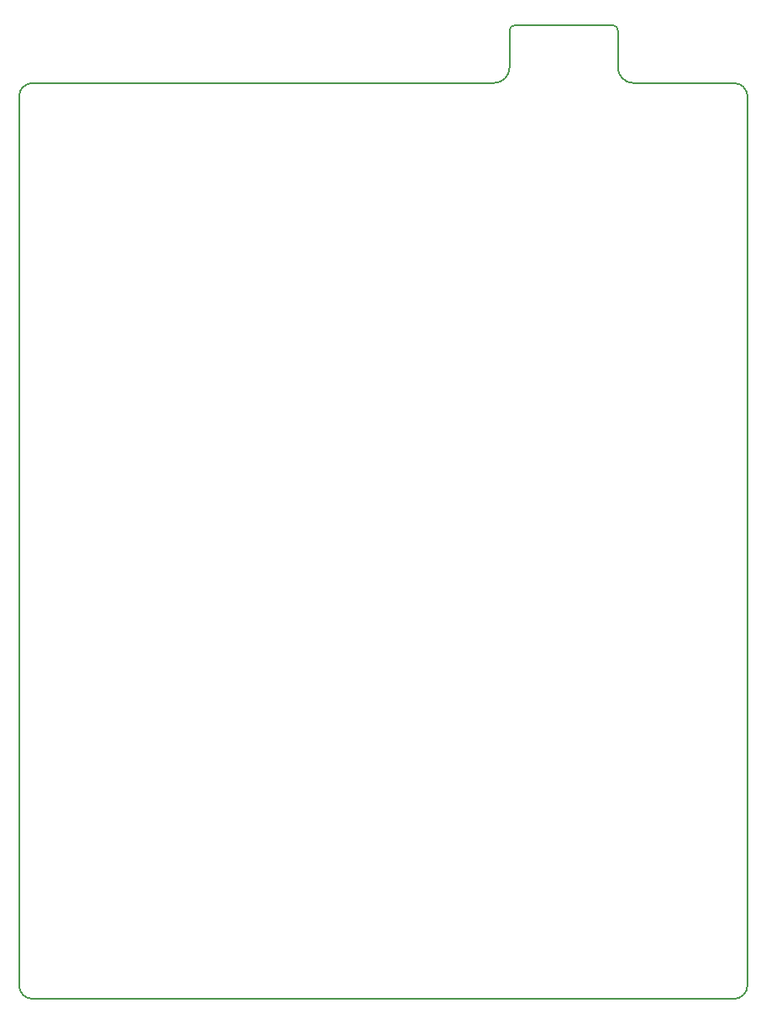
<source format=gbr>
G04 #@! TF.GenerationSoftware,KiCad,Pcbnew,(5.0.1)-3*
G04 #@! TF.CreationDate,2019-05-09T01:11:10-04:00*
G04 #@! TF.ProjectId,mulletpad-pcb,6D756C6C65747061642D7063622E6B69,rev?*
G04 #@! TF.SameCoordinates,Original*
G04 #@! TF.FileFunction,Profile,NP*
%FSLAX46Y46*%
G04 Gerber Fmt 4.6, Leading zero omitted, Abs format (unit mm)*
G04 Created by KiCad (PCBNEW (5.0.1)-3) date 5/9/2019 1:11:10 AM*
%MOMM*%
%LPD*%
G01*
G04 APERTURE LIST*
%ADD10C,0.150000*%
G04 APERTURE END LIST*
D10*
X166822754Y-38424876D02*
G75*
G02X167347684Y-38949806I0J-524930D01*
G01*
X156429140Y-38949806D02*
G75*
G02X156954070Y-38424876I524930J0D01*
G01*
X179053623Y-44251599D02*
G75*
G02X180418441Y-45616417I0J-1364818D01*
G01*
X180418441Y-135116982D02*
G75*
G02X179053623Y-136481800I-1364818J0D01*
G01*
X108345552Y-136481800D02*
G75*
G02X106980734Y-135116982I0J1364818D01*
G01*
X106980734Y-45616417D02*
G75*
G02X108345552Y-44251599I1364818J0D01*
G01*
X168922474Y-44251599D02*
X179053623Y-44251599D01*
X166822754Y-38424876D02*
X156954070Y-38424876D01*
X167347684Y-42676809D02*
X167347684Y-38949806D01*
X156429140Y-42676809D02*
X156429140Y-38949806D01*
X168922474Y-44251599D02*
G75*
G02X167347684Y-42676809I0J1574790D01*
G01*
X156429140Y-42676809D02*
G75*
G02X154854350Y-44251599I-1574790J0D01*
G01*
X106980734Y-135116982D02*
X106980734Y-45616417D01*
X108345552Y-44251599D02*
X154854350Y-44251599D01*
X180418441Y-45616417D02*
X180418441Y-135116982D01*
X179053623Y-136481800D02*
X108345552Y-136481800D01*
M02*

</source>
